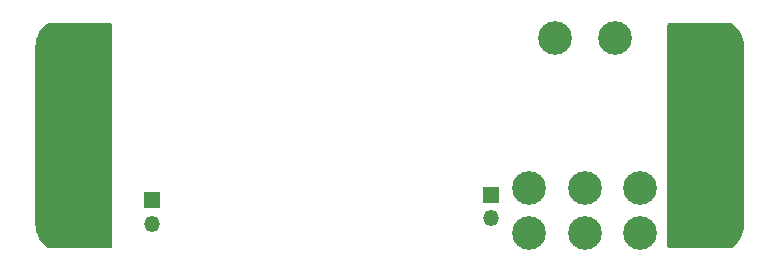
<source format=gbs>
%TF.GenerationSoftware,KiCad,Pcbnew,(6.0.6)*%
%TF.CreationDate,2022-12-06T18:53:10+01:00*%
%TF.ProjectId,sa_amp,73615f61-6d70-42e6-9b69-6361645f7063,rev?*%
%TF.SameCoordinates,Original*%
%TF.FileFunction,Soldermask,Bot*%
%TF.FilePolarity,Negative*%
%FSLAX46Y46*%
G04 Gerber Fmt 4.6, Leading zero omitted, Abs format (unit mm)*
G04 Created by KiCad (PCBNEW (6.0.6)) date 2022-12-06 18:53:10*
%MOMM*%
%LPD*%
G01*
G04 APERTURE LIST*
%ADD10C,3.100000*%
%ADD11R,1.350000X1.350000*%
%ADD12O,1.350000X1.350000*%
%ADD13C,2.850000*%
G04 APERTURE END LIST*
D10*
%TO.C,H2*%
X156500000Y-103500000D03*
%TD*%
D11*
%TO.C,BT1*%
X138600000Y-115000000D03*
D12*
X138600000Y-117000000D03*
%TD*%
D10*
%TO.C,H1*%
X103500000Y-103500000D03*
%TD*%
%TO.C,H3*%
X156500000Y-116500000D03*
%TD*%
%TO.C,H4*%
X103500000Y-116500000D03*
%TD*%
D11*
%TO.C,BT2*%
X109900000Y-115500000D03*
D12*
X109900000Y-117500000D03*
%TD*%
D13*
%TO.C,SW1*%
X141810000Y-114450000D03*
X146500000Y-114450000D03*
X151190000Y-114450000D03*
X141810000Y-118260000D03*
X146500000Y-118260000D03*
X151190000Y-118260000D03*
X143960000Y-101750000D03*
X149040000Y-101750000D03*
%TD*%
G36*
X106442121Y-100520002D02*
G01*
X106488614Y-100573658D01*
X106500000Y-100626000D01*
X106500000Y-119374000D01*
X106479998Y-119442121D01*
X106426342Y-119488614D01*
X106374000Y-119500000D01*
X101044468Y-119500000D01*
X100976347Y-119479998D01*
X100961390Y-119468732D01*
X100738442Y-119273212D01*
X100726788Y-119261557D01*
X100522060Y-119028109D01*
X100512027Y-119015034D01*
X100339524Y-118756866D01*
X100331283Y-118742592D01*
X100193953Y-118464114D01*
X100187646Y-118448888D01*
X100087840Y-118154871D01*
X100083574Y-118138950D01*
X100022999Y-117834413D01*
X100020848Y-117818073D01*
X100000270Y-117504119D01*
X100000000Y-117495878D01*
X100000000Y-102504122D01*
X100000270Y-102495881D01*
X100020848Y-102181927D01*
X100022999Y-102165587D01*
X100083574Y-101861050D01*
X100087840Y-101845129D01*
X100187646Y-101551112D01*
X100193953Y-101535886D01*
X100331283Y-101257408D01*
X100339524Y-101243134D01*
X100512027Y-100984966D01*
X100522060Y-100971891D01*
X100726788Y-100738443D01*
X100738442Y-100726788D01*
X100961390Y-100531268D01*
X101025795Y-100501391D01*
X101044468Y-100500000D01*
X106374000Y-100500000D01*
X106442121Y-100520002D01*
G37*
G36*
X159023653Y-100520002D02*
G01*
X159038610Y-100531268D01*
X159261558Y-100726788D01*
X159273212Y-100738443D01*
X159477940Y-100971891D01*
X159487973Y-100984966D01*
X159660476Y-101243134D01*
X159668717Y-101257408D01*
X159806047Y-101535886D01*
X159812354Y-101551112D01*
X159912160Y-101845129D01*
X159916426Y-101861050D01*
X159977001Y-102165587D01*
X159979152Y-102181927D01*
X159999730Y-102495881D01*
X160000000Y-102504122D01*
X160000000Y-117495878D01*
X159999730Y-117504119D01*
X159979152Y-117818073D01*
X159977001Y-117834413D01*
X159916426Y-118138950D01*
X159912160Y-118154871D01*
X159812354Y-118448888D01*
X159806047Y-118464114D01*
X159668717Y-118742592D01*
X159660476Y-118756866D01*
X159487973Y-119015034D01*
X159477940Y-119028109D01*
X159273212Y-119261557D01*
X159261558Y-119273212D01*
X159038610Y-119468732D01*
X158974205Y-119498609D01*
X158955532Y-119500000D01*
X153626000Y-119500000D01*
X153557879Y-119479998D01*
X153511386Y-119426342D01*
X153500000Y-119374000D01*
X153500000Y-100626000D01*
X153520002Y-100557879D01*
X153573658Y-100511386D01*
X153626000Y-100500000D01*
X158955532Y-100500000D01*
X159023653Y-100520002D01*
G37*
M02*

</source>
